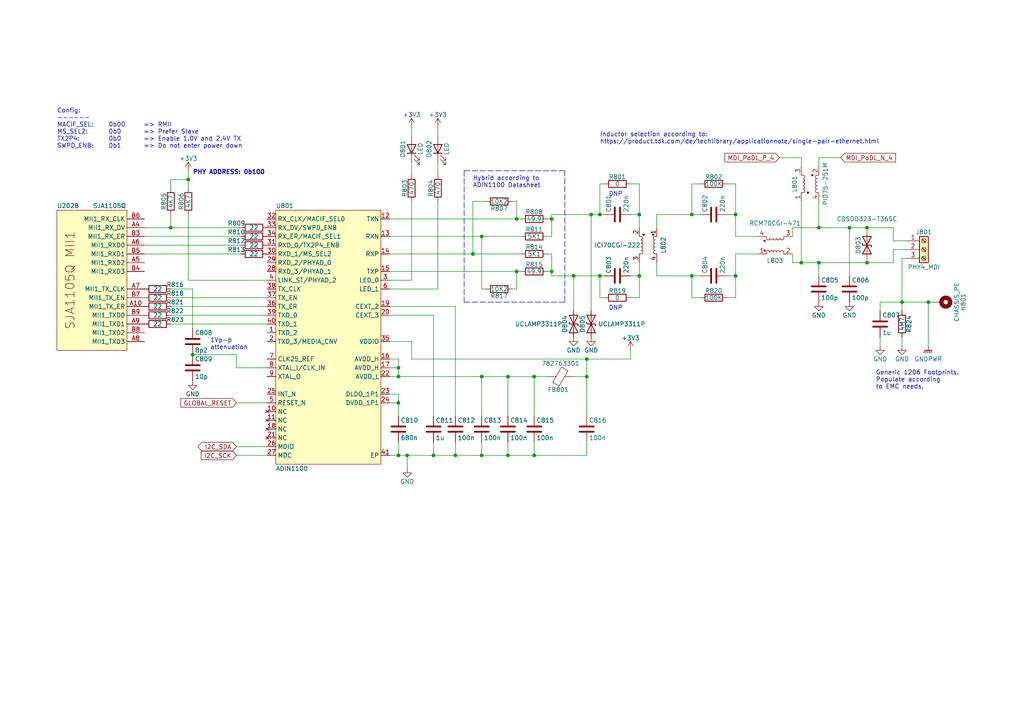
<source format=kicad_sch>
(kicad_sch (version 20211123) (generator eeschema)
  (paper "A4")
  (title_block (title "Open Hardware 10Base-T1L Switch") (date "2023-04-07") (rev "REV A") (company "Peter Heinrich") (comment 1 "Open Hardware License CERN-OHL-P v2") (comment 2 "https://github.com/peterheinrich/Open_10Base-T1L_Switch"))
  (lib_symbols
    (symbol "ADIN1100:ADIN1100"
      (property "Reference" "U" (at 0 1.27 0))
      (property "Value" "ADIN1100" (at 0 -74.93 0))
      (symbol "ADIN1100_1_1"
        (pin input line (at -2.54 -35.56 0) (length 2.54) (name "TXD_2") (number "1"))
        (pin no_connect line (at -2.54 -58.42 0) (length 2.54) (name "NC") (number "10"))
        (pin no_connect line (at -2.54 -60.96 0) (length 2.54) (name "NC") (number "11"))
        (pin bidirectional line (at 33.02 -2.54 180) (length 2.54) (name "TXN") (number "12"))
        (pin bidirectional line (at 33.02 -7.62 180) (length 2.54) (name "RXN") (number "13"))
        (pin bidirectional line (at 33.02 -12.7 180) (length 2.54) (name "RXP") (number "14"))
        (pin bidirectional line (at 33.02 -17.78 180) (length 2.54) (name "TXP") (number "15"))
        (pin power_in line (at 33.02 -43.18 180) (length 2.54) (name "AVDD_H") (number "16"))
        (pin power_in line (at 33.02 -45.72 180) (length 2.54) (name "AVDD_H") (number "17"))
        (pin no_connect line (at -2.54 -63.5 0) (length 2.54) (name "NC") (number "18"))
        (pin input line (at 33.02 -27.94 180) (length 2.54) (name "CEXT_2") (number "19"))
        (pin input line (at -2.54 -38.1 0) (length 2.54) (name "TXD_3/MEDIA_CNV") (number "2"))
        (pin input line (at 33.02 -30.48 180) (length 2.54) (name "CEXT_3") (number "20"))
        (pin no_connect line (at -2.54 -66.04 0) (length 2.54) (name "NC") (number "21"))
        (pin power_in line (at 33.02 -48.26 180) (length 2.54) (name "AVDD_L") (number "22"))
        (pin power_in line (at 33.02 -53.34 180) (length 2.54) (name "DLDO_1P1") (number "23"))
        (pin power_in line (at 33.02 -55.88 180) (length 2.54) (name "DVDD_1P1") (number "24"))
        (pin output line (at -2.54 -53.34 0) (length 2.54) (name "INT_N") (number "25"))
        (pin bidirectional line (at -2.54 -68.58 0) (length 2.54) (name "MDIO") (number "26"))
        (pin input line (at -2.54 -71.12 0) (length 2.54) (name "MDC") (number "27"))
        (pin output line (at -2.54 -17.78 0) (length 2.54) (name "RXD_3/PHYAD_1") (number "28"))
        (pin output line (at -2.54 -15.24 0) (length 2.54) (name "RXD_2/PHYAD_0") (number "29"))
        (pin output line (at 33.02 -20.32 180) (length 2.54) (name "LED_0") (number "3"))
        (pin output line (at -2.54 -12.7 0) (length 2.54) (name "RXD_1/MS_SEL2") (number "30"))
        (pin output line (at -2.54 -10.16 0) (length 2.54) (name "RXD_0/TX2P4_ENB") (number "31"))
        (pin output line (at -2.54 -2.54 0) (length 2.54) (name "RX_CLK/MACIF_SEL0") (number "32"))
        (pin output line (at -2.54 -5.08 0) (length 2.54) (name "RX_DV/SWPD_ENB") (number "33"))
        (pin output line (at -2.54 -7.62 0) (length 2.54) (name "RX_ER/MACIF_SEL1") (number "34"))
        (pin power_in line (at 33.02 -38.1 180) (length 2.54) (name "VDDIO") (number "35"))
        (pin input line (at -2.54 -27.94 0) (length 2.54) (name "TX_ER") (number "36"))
        (pin input line (at -2.54 -25.4 0) (length 2.54) (name "TX_EN") (number "37"))
        (pin output line (at -2.54 -22.86 0) (length 2.54) (name "TX_CLK") (number "38"))
        (pin input line (at -2.54 -30.48 0) (length 2.54) (name "TXD_0") (number "39"))
        (pin output line (at -2.54 -20.32 0) (length 2.54) (name "LINK_ST/PHYAD_2") (number "4"))
        (pin input line (at -2.54 -33.02 0) (length 2.54) (name "TXD_1") (number "40"))
        (pin power_in line (at 33.02 -71.12 180) (length 2.54) (name "EP") (number "41"))
        (pin input line (at -2.54 -55.88 0) (length 2.54) (name "RESET_N") (number "5"))
        (pin output line (at 33.02 -22.86 180) (length 2.54) (name "LED_1") (number "6"))
        (pin output line (at -2.54 -43.18 0) (length 2.54) (name "CLK25_REF") (number "7"))
        (pin input line (at -2.54 -45.72 0) (length 2.54) (name "XTAL_I/CLK_IN") (number "8"))
        (pin output line (at -2.54 -48.26 0) (length 2.54) (name "XTAL_O") (number "9"))
      )
    )
    (symbol "Connector:Screw_Terminal_01x03" (pin_names (offset 1.016) hide)
      (property "Reference" "J" (at 0 5.08 0))
      (property "Value" "Screw_Terminal_01x03" (at 0 -5.08 0))
      (symbol "Screw_Terminal_01x03_1_1"
        (pin passive line (at -5.08 2.54 0) (length 3.81) (name "Pin_1") (number "1"))
        (pin passive line (at -5.08 0 0) (length 3.81) (name "Pin_2") (number "2"))
        (pin passive line (at -5.08 -2.54 0) (length 3.81) (name "Pin_3") (number "3"))
      )
    )
    (symbol "Device:C" (pin_numbers hide) (pin_names (offset 0.254))
      (property "Reference" "C" (at 0.635 2.54 0))
      (property "Value" "C" (at 0.635 -2.54 0))
      (symbol "C_1_1"
        (pin passive line (at 0 3.81 270) (length 2.794) (name "~") (number "1"))
        (pin passive line (at 0 -3.81 90) (length 2.794) (name "~") (number "2"))
      )
    )
    (symbol "Device:D_TVS" (pin_numbers hide) (pin_names (offset 1.016) hide)
      (property "Reference" "D" (at 0 2.54 0))
      (property "Value" "D_TVS" (at 0 -2.54 0))
      (symbol "D_TVS_1_1"
        (pin passive line (at -3.81 0 0) (length 2.54) (name "A1") (number "1"))
        (pin passive line (at 3.81 0 180) (length 2.54) (name "A2") (number "2"))
      )
    )
    (symbol "Device:FerriteBead" (pin_numbers hide) (pin_names (offset 0))
      (property "Reference" "FB" (at -3.81 0.635 90))
      (property "Value" "FerriteBead" (at 3.81 0 90))
      (symbol "FerriteBead_1_1"
        (pin passive line (at 0 3.81 270) (length 2.54) (name "~") (number "1"))
        (pin passive line (at 0 -3.81 90) (length 2.54) (name "~") (number "2"))
      )
    )
    (symbol "Device:LED" (pin_numbers hide) (pin_names (offset 1.016) hide)
      (property "Reference" "D" (at 0 2.54 0))
      (property "Value" "LED" (at 0 -2.54 0))
      (symbol "LED_1_1"
        (pin passive line (at -3.81 0 0) (length 2.54) (name "K") (number "1"))
        (pin passive line (at 3.81 0 180) (length 2.54) (name "A") (number "2"))
      )
    )
    (symbol "Device:L_Coupled_1243" (pin_names (offset 0.254) hide)
      (property "Reference" "L" (at 0 4.445 0))
      (property "Value" "L_Coupled_1243" (at 0 -4.445 0))
      (symbol "L_Coupled_1243_1_1"
        (pin passive line (at -5.08 2.54 0) (length 2.54) (name "1") (number "1"))
        (pin passive line (at 5.08 2.54 180) (length 2.54) (name "2") (number "2"))
        (pin passive line (at 5.08 -2.54 180) (length 2.54) (name "3") (number "3"))
        (pin passive line (at -5.08 -2.54 0) (length 2.54) (name "4") (number "4"))
      )
    )
    (symbol "Device:L_Coupled_1423" (pin_names (offset 0.254) hide)
      (property "Reference" "L" (at 0 4.445 0))
      (property "Value" "L_Coupled_1423" (at 0 -4.445 0))
      (symbol "L_Coupled_1423_1_1"
        (pin passive line (at -5.08 2.54 0) (length 2.54) (name "1") (number "1"))
        (pin passive line (at -5.08 -2.54 0) (length 2.54) (name "2") (number "2"))
        (pin passive line (at 5.08 -2.54 180) (length 2.54) (name "3") (number "3"))
        (pin passive line (at 5.08 2.54 180) (length 2.54) (name "4") (number "4"))
      )
    )
    (symbol "Device:R" (pin_numbers hide) (pin_names (offset 0))
      (property "Reference" "R" (at 2.032 0 90))
      (property "Value" "R" (at 0 0 90))
      (symbol "R_1_1"
        (pin passive line (at 0 3.81 270) (length 1.27) (name "~") (number "1"))
        (pin passive line (at 0 -3.81 90) (length 1.27) (name "~") (number "2"))
      )
    )
    (symbol "L_differential_1324:L_Coupled_1324" (pin_names (offset 0.254) hide)
      (property "Reference" "L?" (at 0 4.445 0))
      (property "Value" "L_Coupled_1324" (at 0 -4.445 0))
      (symbol "L_Coupled_1324_1_1"
        (pin passive line (at -5.08 2.54 0) (length 2.54) (name "1") (number "1"))
        (pin passive line (at 5.08 -2.54 180) (length 2.54) (name "2") (number "2"))
        (pin passive line (at 5.08 2.54 180) (length 2.54) (name "3") (number "3"))
        (pin passive line (at -5.08 -2.54 0) (length 2.54) (name "4") (number "4"))
      )
    )
    (symbol "Mechanical:MountingHole_Pad" (pin_numbers hide) (pin_names (offset 1.016) hide)
      (property "Reference" "H" (at 0 6.35 0))
      (property "Value" "MountingHole_Pad" (at 0 4.445 0))
      (symbol "MountingHole_Pad_1_1"
        (pin input line (at 0 -2.54 90) (length 2.54) (name "1") (number "1"))
      )
    )
    (symbol "SJA1105Q:SJA1105Q"
      (property "Reference" "U" (at 0 1.27 0))
      (property "Value" "SJA1105Q" (at 15.24 1.27 0))
      (symbol "SJA1105Q_1_1"
        (text "SJA1105Q MII0" (at 3.81 -20.32 900) (effects (font (size 2.54 2.54))))
        (pin output line (at 25.4 -30.48 180) (length 5.08) (name "MII0_TXD0") (number "A2"))
        (pin output line (at 25.4 -27.94 180) (length 5.08) (name "MII0_TX_ER") (number "A3"))
        (pin output line (at 25.4 -33.02 180) (length 5.08) (name "MII0_TXD1") (number "B1"))
        (pin output line (at 25.4 -38.1 180) (length 5.08) (name "MII0_TXD3") (number "C1"))
        (pin output line (at 25.4 -35.56 180) (length 5.08) (name "MII0_TXD2") (number "C2"))
        (pin bidirectional line (at 25.4 -22.86 180) (length 5.08) (name "MII0_TX_CLK") (number "D1"))
        (pin output line (at 25.4 -25.4 180) (length 5.08) (name "MII0_TX_EN") (number "D2"))
        (pin input line (at 25.4 -10.16 180) (length 5.08) (name "MII0_RXD0") (number "E1"))
        (pin bidirectional line (at 25.4 -2.54 180) (length 5.08) (name "MII0_RX_CLK") (number "E2"))
        (pin input line (at 25.4 -15.24 180) (length 5.08) (name "MII0_RXD2") (number "F1"))
        (pin input line (at 25.4 -12.7 180) (length 5.08) (name "MII0_RXD1") (number "F2"))
        (pin input line (at 25.4 -5.08 180) (length 5.08) (name "MII0_RX_DV") (number "G1"))
        (pin input line (at 25.4 -17.78 180) (length 5.08) (name "MII0_RXD3") (number "G2"))
        (pin input line (at 25.4 -7.62 180) (length 5.08) (name "MII0_RX_ER") (number "H2"))
      )
      (symbol "SJA1105Q_2_1"
        (text "SJA1105Q MII1" (at 3.81 -20.32 900) (effects (font (size 2.54 2.54))))
        (pin output line (at 25.4 -27.94 180) (length 5.08) (name "MII1_TX_ER") (number "A10"))
        (pin input line (at 25.4 -5.08 180) (length 5.08) (name "MII1_RX_DV") (number "A4"))
        (pin input line (at 25.4 -15.24 180) (length 5.08) (name "MII1_RXD2") (number "A5"))
        (pin input line (at 25.4 -10.16 180) (length 5.08) (name "MII1_RXD0") (number "A6"))
        (pin bidirectional line (at 25.4 -22.86 180) (length 5.08) (name "MII1_TX_CLK") (number "A7"))
        (pin output line (at 25.4 -38.1 180) (length 5.08) (name "MII1_TXD3") (number "A8"))
        (pin output line (at 25.4 -33.02 180) (length 5.08) (name "MII1_TXD1") (number "A9"))
        (pin input line (at 25.4 -7.62 180) (length 5.08) (name "MII1_RX_ER") (number "B3"))
        (pin input line (at 25.4 -17.78 180) (length 5.08) (name "MII1_RXD3") (number "B4"))
        (pin input line (at 25.4 -12.7 180) (length 5.08) (name "MII1_RXD1") (number "B5"))
        (pin bidirectional line (at 25.4 -2.54 180) (length 5.08) (name "MII1_RX_CLK") (number "B6"))
        (pin output line (at 25.4 -25.4 180) (length 5.08) (name "MII1_TX_EN") (number "B7"))
        (pin output line (at 25.4 -35.56 180) (length 5.08) (name "MII1_TXD2") (number "B8"))
        (pin output line (at 25.4 -30.48 180) (length 5.08) (name "MII1_TXD0") (number "B9"))
      )
      (symbol "SJA1105Q_3_1"
        (text "SJA1105Q MII2" (at 3.81 -20.32 900) (effects (font (size 2.54 2.54))))
        (pin input line (at 25.4 -5.08 180) (length 5.08) (name "MII2_RX_DV") (number "A11"))
        (pin input line (at 25.4 -15.24 180) (length 5.08) (name "MII2_RXD2") (number "A12"))
        (pin input line (at 25.4 -10.16 180) (length 5.08) (name "MII2_RXD0") (number "A13"))
        (pin input line (at 25.4 -7.62 180) (length 5.08) (name "MII2_RX_ER") (number "B10"))
        (pin input line (at 25.4 -17.78 180) (length 5.08) (name "MII2_RXD3") (number "B11"))
        (pin input line (at 25.4 -12.7 180) (length 5.08) (name "MII2_RXD1") (number "B12"))
        (pin bidirectional line (at 25.4 -2.54 180) (length 5.08) (name "MII2_RX_CLK") (number "B14"))
        (pin output line (at 25.4 -25.4 180) (length 5.08) (name "MII2_TX_EN") (number "C13"))
        (pin bidirectional line (at 25.4 -22.86 180) (length 5.08) (name "MII2_TX_CLK") (number "C14"))
        (pin output line (at 25.4 -35.56 180) (length 5.08) (name "MII2_TXD2") (number "D13"))
        (pin output line (at 25.4 -38.1 180) (length 5.08) (name "MII2_TXD3") (number "D14"))
        (pin output line (at 25.4 -30.48 180) (length 5.08) (name "MII2_TXD0") (number "E13"))
        (pin output line (at 25.4 -33.02 180) (length 5.08) (name "MII2_TXD1") (number "E14"))
        (pin output line (at 25.4 -27.94 180) (length 5.08) (name "MII2_TX_ER") (number "F14"))
      )
      (symbol "SJA1105Q_4_1"
        (text "SJA1105Q MII3" (at 3.81 -20.32 900) (effects (font (size 2.54 2.54))))
        (pin input line (at 25.4 -7.62 180) (length 5.08) (name "MII3_RX_ER") (number "F13"))
        (pin input line (at 25.4 -17.78 180) (length 5.08) (name "MII3_RXD3") (number "G13"))
        (pin input line (at 25.4 -5.08 180) (length 5.08) (name "MII3_RX_DV") (number "G14"))
        (pin input line (at 25.4 -12.7 180) (length 5.08) (name "MII3_RXD1") (number "H13"))
        (pin input line (at 25.4 -15.24 180) (length 5.08) (name "MII3_RXD2") (number "H14"))
        (pin bidirectional line (at 25.4 -2.54 180) (length 5.08) (name "MII3_RX_CLK") (number "J13"))
        (pin input line (at 25.4 -10.16 180) (length 5.08) (name "MII3_RXD0") (number "J14"))
        (pin output line (at 25.4 -25.4 180) (length 5.08) (name "MII3_TX_EN") (number "K13"))
        (pin bidirectional line (at 25.4 -22.86 180) (length 5.08) (name "MII3_TX_CLK") (number "K14"))
        (pin output line (at 25.4 -35.56 180) (length 5.08) (name "MII3_TXD2") (number "L13"))
        (pin output line (at 25.4 -38.1 180) (length 5.08) (name "MII3_TXD3") (number "L14"))
        (pin output line (at 25.4 -30.48 180) (length 5.08) (name "MII3_TXD0") (number "M13"))
        (pin output line (at 25.4 -33.02 180) (length 5.08) (name "MII3_TXD1") (number "M14"))
        (pin output line (at 25.4 -27.94 180) (length 5.08) (name "MII3_TX_ER") (number "N14"))
      )
      (symbol "SJA1105Q_5_1"
        (text "SJA1105Q MII4" (at 3.81 -20.32 900) (effects (font (size 2.54 2.54))))
        (pin input line (at 25.4 -10.16 180) (length 5.08) (name "MII4_RXD0") (number "N10"))
        (pin input line (at 25.4 -15.24 180) (length 5.08) (name "MII4_RXD2") (number "N11"))
        (pin input line (at 25.4 -5.08 180) (length 5.08) (name "MII4_RX_DV") (number "N12"))
        (pin output line (at 25.4 -33.02 180) (length 5.08) (name "MII4_TXD1") (number "N7"))
        (pin output line (at 25.4 -38.1 180) (length 5.08) (name "MII4_TXD3") (number "N8"))
        (pin bidirectional line (at 25.4 -22.86 180) (length 5.08) (name "MII4_TX_CLK") (number "N9"))
        (pin bidirectional line (at 25.4 -2.54 180) (length 5.08) (name "MII4_RX_CLK") (number "P10"))
        (pin input line (at 25.4 -12.7 180) (length 5.08) (name "MII4_RXD1") (number "P11"))
        (pin input line (at 25.4 -17.78 180) (length 5.08) (name "MII4_RXD3") (number "P12"))
        (pin input line (at 25.4 -7.62 180) (length 5.08) (name "MII4_RX_ER") (number "P13"))
        (pin output line (at 25.4 -27.94 180) (length 5.08) (name "MII4_TX_ER") (number "P6"))
        (pin output line (at 25.4 -30.48 180) (length 5.08) (name "MII4_TXD0") (number "P7"))
        (pin output line (at 25.4 -35.56 180) (length 5.08) (name "MII4_TXD2") (number "P8"))
        (pin output line (at 25.4 -25.4 180) (length 5.08) (name "MII4_TX_EN") (number "P9"))
      )
      (symbol "SJA1105Q_6_1"
        (text "SJA1105Q CLK" (at 15.24 -17.78 900) (effects (font (size 2.54 2.54))))
        (pin output line (at -5.08 -2.54 0) (length 5.08) (name "CLK_OUT") (number "H1"))
        (pin input line (at -5.08 -20.32 0) (length 5.08) (name "OSC_IN") (number "K2"))
        (pin output line (at -5.08 -7.62 0) (length 5.08) (name "OSC_OUT") (number "L1"))
        (pin power_in line (at 33.02 -17.78 180) (length 5.08) (name "i.c.") (number "L4"))
        (pin input line (at 33.02 -2.54 180) (length 5.08) (name "TRST_N") (number "M1"))
        (pin input line (at 33.02 -10.16 180) (length 5.08) (name "TDI") (number "M2"))
        (pin input line (at 33.02 -12.7 180) (length 5.08) (name "TCK") (number "N1"))
        (pin output line (at 33.02 -7.62 180) (length 5.08) (name "TDO") (number "N3"))
        (pin bidirectional line (at -5.08 -33.02 0) (length 5.08) (name "PTP_CLK") (number "N4"))
        (pin input line (at 33.02 -25.4 180) (length 5.08) (name "SDI") (number "N5"))
        (pin input line (at 33.02 -30.48 180) (length 5.08) (name "SS_N") (number "N6"))
        (pin input line (at 33.02 -5.08 180) (length 5.08) (name "TMS") (number "P2"))
        (pin input line (at 33.02 -33.02 180) (length 5.08) (name "RST_N") (number "P3"))
        (pin output line (at 33.02 -27.94 180) (length 5.08) (name "SDO") (number "P4"))
        (pin input line (at 33.02 -22.86 180) (length 5.08) (name "SCK") (number "P5"))
      )
      (symbol "SJA1105Q_7_1"
        (text "SJA1105Q Power" (at 12.7 -48.26 900) (effects (font (size 2.54 2.54))))
        (pin power_in line (at -5.08 -2.54 0) (length 5.08) (name "VSS") (number "A1"))
        (pin power_in line (at 33.02 -88.9 180) (length 5.08) (name "VSS") (number "A14"))
        (pin power_in line (at 33.02 -83.82 180) (length 5.08) (name "VSS") (number "B13"))
        (pin power_in line (at 33.02 -48.26 180) (length 5.08) (name "VDDIO_MII2") (number "D10"))
        (pin power_in line (at 33.02 -50.8 180) (length 5.08) (name "VDDIO_MII2") (number "D11"))
        (pin power_in line (at 33.02 -33.02 180) (length 5.08) (name "VDDIO_MII0") (number "D4"))
        (pin power_in line (at 33.02 -40.64 180) (length 5.08) (name "VDDIO_MII1") (number "D5"))
        (pin power_in line (at 33.02 -7.62 180) (length 5.08) (name "VDD_CORE") (number "D6"))
        (pin power_in line (at 33.02 -43.18 180) (length 5.08) (name "VDDIO_MII1") (number "D7"))
        (pin power_in line (at 33.02 -45.72 180) (length 5.08) (name "VDDIO_MII1") (number "D8"))
        (pin power_in line (at 33.02 -12.7 180) (length 5.08) (name "VDD_CORE") (number "D9"))
        (pin power_in line (at -5.08 -91.44 0) (length 5.08) (name "VSS") (number "E10"))
        (pin power_in line (at 33.02 -53.34 180) (length 5.08) (name "VDDIO_MII2") (number "E11"))
        (pin power_in line (at 33.02 -35.56 180) (length 5.08) (name "VDDIO_MII0") (number "E4"))
        (pin power_in line (at -5.08 -12.7 0) (length 5.08) (name "VSS") (number "E5"))
        (pin power_in line (at -5.08 -27.94 0) (length 5.08) (name "VSS") (number "E6"))
        (pin power_in line (at -5.08 -43.18 0) (length 5.08) (name "VSS") (number "E7"))
        (pin power_in line (at -5.08 -60.96 0) (length 5.08) (name "VSS") (number "E8"))
        (pin power_in line (at -5.08 -76.2 0) (length 5.08) (name "VSS") (number "E9"))
        (pin power_in line (at -5.08 -93.98 0) (length 5.08) (name "VSS") (number "F10"))
        (pin power_in line (at 33.02 -17.78 180) (length 5.08) (name "VDD_CORE") (number "F11"))
        (pin power_in line (at 33.02 -2.54 180) (length 5.08) (name "VDD_CORE") (number "F4"))
        (pin power_in line (at -5.08 -15.24 0) (length 5.08) (name "VSS") (number "F5"))
        (pin power_in line (at -5.08 -30.48 0) (length 5.08) (name "VSS") (number "F6"))
        (pin power_in line (at -5.08 -45.72 0) (length 5.08) (name "VSS") (number "F7"))
        (pin power_in line (at -5.08 -63.5 0) (length 5.08) (name "VSS") (number "F8"))
        (pin power_in line (at -5.08 -78.74 0) (length 5.08) (name "VSS") (number "F9"))
        (pin power_in line (at -5.08 -96.52 0) (length 5.08) (name "VSS") (number "G10"))
        (pin power_in line (at 33.02 -55.88 180) (length 5.08) (name "VDDIO_MII3") (number "G11"))
        (pin power_in line (at 33.02 -38.1 180) (length 5.08) (name "VDDIO_MII0") (number "G4"))
        (pin power_in line (at -5.08 -17.78 0) (length 5.08) (name "VSS") (number "G5"))
        (pin power_in line (at -5.08 -33.02 0) (length 5.08) (name "VSS") (number "G6"))
        (pin power_in line (at -5.08 -48.26 0) (length 5.08) (name "VSS") (number "G7"))
        (pin power_in line (at -5.08 -66.04 0) (length 5.08) (name "VSS") (number "G8"))
        (pin power_in line (at -5.08 -81.28 0) (length 5.08) (name "VSS") (number "G9"))
        (pin power_in line (at 33.02 -76.2 180) (length 5.08) (name "VSS") (number "H10"))
        (pin power_in line (at 33.02 -58.42 180) (length 5.08) (name "VDDIO_MII3") (number "H11"))
        (pin power_in line (at 33.02 -27.94 180) (length 5.08) (name "VDDIO_CLO") (number "H4"))
        (pin power_in line (at -5.08 -20.32 0) (length 5.08) (name "VSS") (number "H5"))
        (pin power_in line (at -5.08 -35.56 0) (length 5.08) (name "VSS") (number "H6"))
        (pin power_in line (at -5.08 -50.8 0) (length 5.08) (name "VSS") (number "H7"))
        (pin power_in line (at -5.08 -68.58 0) (length 5.08) (name "VSS") (number "H8"))
        (pin power_in line (at -5.08 -83.82 0) (length 5.08) (name "VSS") (number "H9"))
        (pin power_in line (at 33.02 -25.4 180) (length 5.08) (name "VDDA_PLL") (number "J1"))
        (pin power_in line (at 33.02 -78.74 180) (length 5.08) (name "VSS") (number "J10"))
        (pin power_in line (at 33.02 -20.32 180) (length 5.08) (name "VDD_CORE") (number "J11"))
        (pin power_in line (at 33.02 -96.52 180) (length 5.08) (name "VSSA_PLL") (number "J2"))
        (pin power_in line (at 33.02 -5.08 180) (length 5.08) (name "VDD_CORE") (number "J4"))
        (pin power_in line (at -5.08 -22.86 0) (length 5.08) (name "VSS") (number "J5"))
        (pin power_in line (at -5.08 -38.1 0) (length 5.08) (name "VSS") (number "J6"))
        (pin power_in line (at -5.08 -53.34 0) (length 5.08) (name "VSS") (number "J7"))
        (pin power_in line (at -5.08 -71.12 0) (length 5.08) (name "VSS") (number "J8"))
        (pin power_in line (at -5.08 -86.36 0) (length 5.08) (name "VSS") (number "J9"))
        (pin power_in line (at 33.02 -22.86 180) (length 5.08) (name "VDDA_OSC") (number "K1"))
        (pin power_in line (at 33.02 -81.28 180) (length 5.08) (name "VSS") (number "K10"))
        (pin power_in line (at 33.02 -60.96 180) (length 5.08) (name "VDDIO_MII3") (number "K11"))
        (pin power_in line (at -5.08 -10.16 0) (length 5.08) (name "VSS") (number "K4"))
        (pin power_in line (at -5.08 -25.4 0) (length 5.08) (name "VSS") (number "K5"))
        (pin power_in line (at -5.08 -40.64 0) (length 5.08) (name "VSS") (number "K6"))
        (pin power_in line (at -5.08 -55.88 0) (length 5.08) (name "VSS") (number "K7"))
        (pin power_in line (at -5.08 -73.66 0) (length 5.08) (name "VSS") (number "K8"))
        (pin power_in line (at -5.08 -88.9 0) (length 5.08) (name "VSS") (number "K9"))
        (pin power_in line (at 33.02 -66.04 180) (length 5.08) (name "VDDIO_MII4") (number "L10"))
        (pin power_in line (at 33.02 -68.58 180) (length 5.08) (name "VDDIO_MII4") (number "L11"))
        (pin power_in line (at 33.02 -93.98 180) (length 5.08) (name "VSSA_OSC") (number "L2"))
        (pin power_in line (at 33.02 -30.48 180) (length 5.08) (name "VDDIO_HOST") (number "L5"))
        (pin power_in line (at 33.02 -10.16 180) (length 5.08) (name "VDD_CORE") (number "L6"))
        (pin power_in line (at -5.08 -58.42 0) (length 5.08) (name "VSS") (number "L7"))
        (pin power_in line (at 33.02 -63.5 180) (length 5.08) (name "VDDIO_MII4") (number "L8"))
        (pin power_in line (at 33.02 -15.24 180) (length 5.08) (name "VDD_CORE") (number "L9"))
        (pin power_in line (at 33.02 -86.36 180) (length 5.08) (name "VSS") (number "N13"))
        (pin power_in line (at -5.08 -7.62 0) (length 5.08) (name "VSS") (number "N2"))
        (pin power_in line (at -5.08 -5.08 0) (length 5.08) (name "VSS") (number "P1"))
        (pin power_in line (at 33.02 -91.44 180) (length 5.08) (name "VSS") (number "P14"))
      )
    )
    (symbol "power:+3V3" (power) (pin_names (offset 0))
      (property "Value" "+3V3" (at 0 3.556 0))
      (symbol "+3V3_1_1"
        (pin power_in line (at 0 0 90) (length 0) hide (name "+3V3") (number "1"))
      )
    )
    (symbol "power:GND" (power) (pin_names (offset 0))
      (property "Value" "GND" (at 0 -3.81 0))
      (symbol "GND_1_1"
        (pin power_in line (at 0 0 270) (length 0) hide (name "GND") (number "1"))
      )
    )
    (symbol "power:GNDPWR" (power) (pin_names (offset 0))
      (property "Value" "GNDPWR" (at 0 -3.302 0))
      (symbol "GNDPWR_1_1"
        (pin power_in line (at 0 0 270) (length 0) hide (name "GNDPWR") (number "1"))
      )
    )
  )
  (junction (at 139.7 68.58))
  (junction (at 251.46 76.2))
  (junction (at 139.7 132.08))
  (junction (at 154.94 132.08))
  (junction (at 137.16 73.66))
  (junction (at 115.57 106.68))
  (junction (at 246.38 66.04))
  (junction (at 115.57 109.22))
  (junction (at 213.36 62.23))
  (junction (at 147.32 132.08))
  (junction (at 170.18 104.14))
  (junction (at 166.37 80.01))
  (junction (at 139.7 109.22))
  (junction (at 118.11 132.08))
  (junction (at 171.45 62.23))
  (junction (at 125.73 132.08))
  (junction (at 200.66 62.23))
  (junction (at 149.86 78.74))
  (junction (at 154.94 109.22))
  (junction (at 237.49 76.2))
  (junction (at 49.53 66.04))
  (junction (at 261.62 87.63))
  (junction (at 185.42 62.23))
  (junction (at 149.86 63.5))
  (junction (at 54.61 52.07))
  (junction (at 160.02 78.74))
  (junction (at 160.02 63.5))
  (junction (at 200.66 80.01))
  (junction (at 237.49 66.04))
  (junction (at 232.41 76.2))
  (junction (at 55.88 102.87))
  (junction (at 147.32 109.22))
  (junction (at 251.46 66.04))
  (junction (at 269.24 87.63))
  (junction (at 185.42 80.01))
  (junction (at 173.99 62.23))
  (junction (at 213.36 80.01))
  (junction (at 173.99 80.01))
  (junction (at 115.57 116.84))
  (junction (at 115.57 132.08))
  (junction (at 170.18 109.22))
  (junction (at 132.08 132.08))
  (wire (pts (xy 137.16 58.42) (xy 137.16 73.66)))
  (wire (pts (xy 154.94 120.65) (xy 154.94 109.22)))
  (wire (pts (xy 171.45 62.23) (xy 171.45 90.17)))
  (wire (pts (xy 147.32 109.22) (xy 139.7 109.22)))
  (wire (pts (xy 125.73 120.65) (xy 125.73 91.44)))
  (wire (pts (xy 113.03 99.06) (xy 119.38 99.06)))
  (wire (pts (xy 232.41 76.2) (xy 237.49 76.2)))
  (wire (pts (xy 246.38 66.04) (xy 251.46 66.04)))
  (wire (pts (xy 149.86 78.74) (xy 151.13 78.74)))
  (wire (pts (xy 140.97 83.82) (xy 139.7 83.82)))
  (wire (pts (xy 139.7 120.65) (xy 139.7 109.22)))
  (wire (pts (xy 54.61 49.53) (xy 54.61 52.07)))
  (wire (pts (xy 49.53 66.04) (xy 69.85 66.04)))
  (wire (pts (xy 185.42 62.23) (xy 185.42 66.04)))
  (wire (pts (xy 113.03 78.74) (xy 149.86 78.74)))
  (wire (pts (xy 115.57 114.3) (xy 115.57 116.84)))
  (wire (pts (xy 170.18 109.22) (xy 166.37 109.22)))
  (wire (pts (xy 115.57 104.14) (xy 115.57 106.68)))
  (wire (pts (xy 200.66 53.34) (xy 200.66 62.23)))
  (wire (pts (xy 171.45 62.23) (xy 173.99 62.23)))
  (polyline (pts (xy 134.62 87.63) (xy 163.83 87.63)))
  (wire (pts (xy 113.03 83.82) (xy 127 83.82)))
  (wire (pts (xy 226.06 45.72) (xy 232.41 45.72)))
  (wire (pts (xy 213.36 73.66) (xy 213.36 80.01)))
  (wire (pts (xy 54.61 52.07) (xy 54.61 54.61)))
  (wire (pts (xy 170.18 132.08) (xy 170.18 128.27)))
  (wire (pts (xy 166.37 80.01) (xy 166.37 90.17)))
  (wire (pts (xy 203.2 53.34) (xy 200.66 53.34)))
  (wire (pts (xy 175.26 80.01) (xy 173.99 80.01)))
  (wire (pts (xy 237.49 58.42) (xy 237.49 66.04)))
  (wire (pts (xy 237.49 76.2) (xy 251.46 76.2)))
  (wire (pts (xy 119.38 99.06) (xy 119.38 104.14)))
  (wire (pts (xy 139.7 68.58) (xy 151.13 68.58)))
  (wire (pts (xy 185.42 80.01) (xy 185.42 76.2)))
  (wire (pts (xy 255.27 97.79) (xy 255.27 100.33)))
  (wire (pts (xy 237.49 66.04) (xy 246.38 66.04)))
  (wire (pts (xy 49.53 52.07) (xy 54.61 52.07)))
  (wire (pts (xy 55.88 83.82) (xy 55.88 95.25)))
  (wire (pts (xy 262.89 72.39) (xy 259.08 72.39)))
  (wire (pts (xy 140.97 58.42) (xy 137.16 58.42)))
  (wire (pts (xy 251.46 74.93) (xy 251.46 76.2)))
  (wire (pts (xy 127 83.82) (xy 127 58.42)))
  (wire (pts (xy 160.02 63.5) (xy 160.02 68.58)))
  (wire (pts (xy 259.08 72.39) (xy 259.08 76.2)))
  (wire (pts (xy 49.53 62.23) (xy 49.53 66.04)))
  (wire (pts (xy 115.57 128.27) (xy 115.57 132.08)))
  (wire (pts (xy 160.02 62.23) (xy 171.45 62.23)))
  (polyline (pts (xy 134.62 49.53) (xy 163.83 49.53)))
  (wire (pts (xy 154.94 132.08) (xy 170.18 132.08)))
  (wire (pts (xy 160.02 80.01) (xy 160.02 78.74)))
  (wire (pts (xy 160.02 80.01) (xy 166.37 80.01)))
  (wire (pts (xy 147.32 120.65) (xy 147.32 109.22)))
  (wire (pts (xy 237.49 76.2) (xy 237.49 80.01)))
  (wire (pts (xy 213.36 86.36) (xy 213.36 80.01)))
  (wire (pts (xy 219.71 73.66) (xy 213.36 73.66)))
  (wire (pts (xy 113.03 73.66) (xy 137.16 73.66)))
  (wire (pts (xy 170.18 109.22) (xy 170.18 120.65)))
  (wire (pts (xy 200.66 80.01) (xy 203.2 80.01)))
  (wire (pts (xy 149.86 78.74) (xy 149.86 83.82)))
  (wire (pts (xy 173.99 53.34) (xy 173.99 62.23)))
  (wire (pts (xy 251.46 66.04) (xy 251.46 67.31)))
  (wire (pts (xy 261.62 74.93) (xy 262.89 74.93)))
  (wire (pts (xy 251.46 76.2) (xy 259.08 76.2)))
  (wire (pts (xy 229.87 76.2) (xy 232.41 76.2)))
  (wire (pts (xy 170.18 104.14) (xy 170.18 109.22)))
  (wire (pts (xy 190.5 62.23) (xy 190.5 66.04)))
  (wire (pts (xy 49.53 54.61) (xy 49.53 52.07)))
  (wire (pts (xy 115.57 106.68) (xy 115.57 109.22)))
  (wire (pts (xy 115.57 116.84) (xy 115.57 120.65)))
  (wire (pts (xy 251.46 66.04) (xy 259.08 66.04)))
  (wire (pts (xy 41.91 66.04) (xy 49.53 66.04)))
  (polyline (pts (xy 134.62 49.53) (xy 134.62 87.63)))
  (wire (pts (xy 190.5 62.23) (xy 200.66 62.23)))
  (wire (pts (xy 190.5 80.01) (xy 200.66 80.01)))
  (wire (pts (xy 55.88 102.87) (xy 68.58 102.87)))
  (wire (pts (xy 68.58 132.08) (xy 77.47 132.08)))
  (wire (pts (xy 229.87 66.04) (xy 237.49 66.04)))
  (wire (pts (xy 246.38 66.04) (xy 246.38 80.01)))
  (wire (pts (xy 200.66 86.36) (xy 200.66 80.01)))
  (wire (pts (xy 154.94 132.08) (xy 154.94 128.27)))
  (wire (pts (xy 132.08 88.9) (xy 132.08 120.65)))
  (wire (pts (xy 160.02 62.23) (xy 160.02 63.5)))
  (wire (pts (xy 158.75 78.74) (xy 160.02 78.74)))
  (wire (pts (xy 68.58 102.87) (xy 68.58 106.68)))
  (wire (pts (xy 154.94 109.22) (xy 147.32 109.22)))
  (wire (pts (xy 182.88 86.36) (xy 185.42 86.36)))
  (wire (pts (xy 49.53 93.98) (xy 77.47 93.98)))
  (wire (pts (xy 229.87 66.04) (xy 229.87 68.58)))
  (wire (pts (xy 219.71 68.58) (xy 213.36 68.58)))
  (wire (pts (xy 154.94 109.22) (xy 158.75 109.22)))
  (wire (pts (xy 213.36 80.01) (xy 210.82 80.01)))
  (wire (pts (xy 119.38 81.28) (xy 113.03 81.28)))
  (wire (pts (xy 261.62 87.63) (xy 255.27 87.63)))
  (wire (pts (xy 261.62 97.79) (xy 261.62 100.33)))
  (wire (pts (xy 113.03 104.14) (xy 115.57 104.14)))
  (wire (pts (xy 68.58 116.84) (xy 77.47 116.84)))
  (wire (pts (xy 49.53 88.9) (xy 77.47 88.9)))
  (wire (pts (xy 175.26 86.36) (xy 173.99 86.36)))
  (wire (pts (xy 125.73 91.44) (xy 113.03 91.44)))
  (wire (pts (xy 175.26 53.34) (xy 173.99 53.34)))
  (wire (pts (xy 149.86 58.42) (xy 149.86 63.5)))
  (wire (pts (xy 49.53 83.82) (xy 55.88 83.82)))
  (wire (pts (xy 182.88 62.23) (xy 185.42 62.23)))
  (wire (pts (xy 270.51 87.63) (xy 269.24 87.63)))
  (wire (pts (xy 259.08 69.85) (xy 259.08 66.04)))
  (wire (pts (xy 200.66 62.23) (xy 203.2 62.23)))
  (wire (pts (xy 255.27 87.63) (xy 255.27 90.17)))
  (wire (pts (xy 173.99 80.01) (xy 166.37 80.01)))
  (wire (pts (xy 139.7 68.58) (xy 139.7 83.82)))
  (wire (pts (xy 147.32 132.08) (xy 147.32 128.27)))
  (wire (pts (xy 118.11 132.08) (xy 118.11 135.89)))
  (wire (pts (xy 182.88 53.34) (xy 185.42 53.34)))
  (wire (pts (xy 185.42 53.34) (xy 185.42 62.23)))
  (wire (pts (xy 113.03 106.68) (xy 115.57 106.68)))
  (wire (pts (xy 160.02 78.74) (xy 160.02 73.66)))
  (wire (pts (xy 262.89 69.85) (xy 259.08 69.85)))
  (wire (pts (xy 118.11 132.08) (xy 125.73 132.08)))
  (wire (pts (xy 232.41 45.72) (xy 232.41 48.26)))
  (wire (pts (xy 237.49 45.72) (xy 243.84 45.72)))
  (wire (pts (xy 173.99 86.36) (xy 173.99 80.01)))
  (wire (pts (xy 132.08 132.08) (xy 125.73 132.08)))
  (wire (pts (xy 261.62 87.63) (xy 261.62 74.93)))
  (wire (pts (xy 158.75 68.58) (xy 160.02 68.58)))
  (wire (pts (xy 113.03 88.9) (xy 132.08 88.9)))
  (wire (pts (xy 269.24 87.63) (xy 269.24 100.33)))
  (wire (pts (xy 213.36 62.23) (xy 213.36 68.58)))
  (wire (pts (xy 41.91 68.58) (xy 69.85 68.58)))
  (wire (pts (xy 148.59 83.82) (xy 149.86 83.82)))
  (wire (pts (xy 119.38 104.14) (xy 170.18 104.14)))
  (wire (pts (xy 229.87 76.2) (xy 229.87 73.66)))
  (wire (pts (xy 68.58 129.54) (xy 77.47 129.54)))
  (wire (pts (xy 232.41 58.42) (xy 232.41 76.2)))
  (wire (pts (xy 139.7 132.08) (xy 147.32 132.08)))
  (wire (pts (xy 190.5 80.01) (xy 190.5 76.2)))
  (wire (pts (xy 115.57 132.08) (xy 118.11 132.08)))
  (wire (pts (xy 113.03 63.5) (xy 149.86 63.5)))
  (wire (pts (xy 148.59 58.42) (xy 149.86 58.42)))
  (wire (pts (xy 115.57 109.22) (xy 113.03 109.22)))
  (wire (pts (xy 125.73 132.08) (xy 125.73 128.27)))
  (wire (pts (xy 170.18 104.14) (xy 182.88 104.14)))
  (wire (pts (xy 137.16 73.66) (xy 151.13 73.66)))
  (wire (pts (xy 173.99 62.23) (xy 175.26 62.23)))
  (wire (pts (xy 132.08 128.27) (xy 132.08 132.08)))
  (wire (pts (xy 115.57 116.84) (xy 113.03 116.84)))
  (wire (pts (xy 237.49 48.26) (xy 237.49 45.72)))
  (wire (pts (xy 185.42 86.36) (xy 185.42 80.01)))
  (wire (pts (xy 127 36.83) (xy 127 39.37)))
  (wire (pts (xy 68.58 106.68) (xy 77.47 106.68)))
  (wire (pts (xy 119.38 36.83) (xy 119.38 39.37)))
  (wire (pts (xy 158.75 63.5) (xy 160.02 63.5)))
  (wire (pts (xy 113.03 114.3) (xy 115.57 114.3)))
  (wire (pts (xy 139.7 109.22) (xy 115.57 109.22)))
  (wire (pts (xy 210.82 86.36) (xy 213.36 86.36)))
  (wire (pts (xy 41.91 73.66) (xy 69.85 73.66)))
  (polyline (pts (xy 163.83 87.63) (xy 163.83 49.53)))
  (wire (pts (xy 139.7 132.08) (xy 139.7 128.27)))
  (wire (pts (xy 127 46.99) (xy 127 50.8)))
  (wire (pts (xy 54.61 81.28) (xy 54.61 62.23)))
  (wire (pts (xy 182.88 80.01) (xy 185.42 80.01)))
  (wire (pts (xy 77.47 81.28) (xy 54.61 81.28)))
  (wire (pts (xy 119.38 58.42) (xy 119.38 81.28)))
  (wire (pts (xy 261.62 87.63) (xy 261.62 90.17)))
  (wire (pts (xy 203.2 86.36) (xy 200.66 86.36)))
  (wire (pts (xy 210.82 53.34) (xy 213.36 53.34)))
  (wire (pts (xy 113.03 68.58) (xy 139.7 68.58)))
  (wire (pts (xy 147.32 132.08) (xy 154.94 132.08)))
  (wire (pts (xy 49.53 86.36) (xy 77.47 86.36)))
  (wire (pts (xy 49.53 91.44) (xy 77.47 91.44)))
  (wire (pts (xy 132.08 132.08) (xy 139.7 132.08)))
  (wire (pts (xy 119.38 46.99) (xy 119.38 50.8)))
  (wire (pts (xy 149.86 63.5) (xy 151.13 63.5)))
  (wire (pts (xy 41.91 71.12) (xy 69.85 71.12)))
  (wire (pts (xy 182.88 104.14) (xy 182.88 101.6)))
  (wire (pts (xy 269.24 87.63) (xy 261.62 87.63)))
  (wire (pts (xy 210.82 62.23) (xy 213.36 62.23)))
  (wire (pts (xy 158.75 73.66) (xy 160.02 73.66)))
  (wire (pts (xy 113.03 132.08) (xy 115.57 132.08)))
  (wire (pts (xy 213.36 53.34) (xy 213.36 62.23)))
  (text "Config:\n------\nMACIF_SEL: 	0b00 	=> RMII\nMS_SEL2: 	0b0 	=> Prefer Slave\nTX2P4: 		0b0 	=> Enable 1.0V and 2.4V TX\nSWPD_ENB: 	0b1 	=> Do not enter power down" (at 16.51 43.18 0) (effects (font (size 1.27 1.27)) (justify left bottom)))
  (text "Generic 1206 Footprints.\nPopulate according \nto EMC needs." (at 254 113.03 0) (effects (font (size 1.27 1.27)) (justify left bottom)))
  (text "DNP" (at 176.53 90.17 0) (effects (font (size 1.27 1.27)) (justify left bottom)))
  (text "Inductor selection according to:\nhttps://product.tdk.com/de/techlibrary/applicationnote/single-pair-ethernet.html" (at 173.99 41.91 0) (effects (font (size 1.27 1.27)) (justify left bottom)))
  (text "PHY ADDRESS: 0b100" (at 55.88 50.8 0) (effects (font (size 1.27 1.27) bold) (justify left bottom)))
  (text "DNP" (at 176.53 57.15 0) (effects (font (size 1.27 1.27)) (justify left bottom)))
  (text "1Vp-p\nattenuation" (at 60.96 101.6 0) (effects (font (size 1.27 1.27)) (justify left bottom)))
  (text "Hybrid according to\nADIN1100 Datasheet" (at 137.16 54.61 0) (effects (font (size 1.27 1.27)) (justify left bottom)))
  (global_label "MDI_PoDL_N_4" (shape input) (at 243.84 45.72 0) (property "Intersheet References" "${INTERSHEET_REFS}" (effects hide)))
  (global_label "GLOBAL_RESET" (shape input) (at 68.58 116.84 180) (property "Intersheet References" "${INTERSHEET_REFS}" (effects hide)))
  (global_label "I2C_SDA" (shape bidirectional) (at 68.58 129.54 180) (property "Intersheet References" "${INTERSHEET_REFS}" (effects hide)))
  (global_label "MDI_PoDL_P_4" (shape input) (at 226.06 45.72 180) (property "Intersheet References" "${INTERSHEET_REFS}" (effects hide)))
  (global_label "I2C_SCK" (shape input) (at 68.58 132.08 180) (property "Intersheet References" "${INTERSHEET_REFS}" (effects hide)))
  (symbol (lib_id "Device:R") (at 119.38 54.61 180) (unit 1)
    (property "Reference" "R803" (at 117.348 54.61 90))
    (property "Value" "470" (at 119.38 54.61 90))
    (property "Footprint" "Resistor_SMD:R_0603_1608Metric" (effects hide))
  )
  (symbol (lib_id "Device:C") (at 179.07 62.23 90) (unit 1)
    (property "Reference" "C801" (at 176.53 61.595 0) (effects (justify left)))
    (property "Value" "220n" (at 181.61 61.595 0) (effects (justify left)))
    (property "Footprint" "Capacitor_SMD:C_0805_2012Metric" (effects hide))
  )
  (symbol (lib_id "Device:L_Coupled_1243") (at 224.79 71.12 0) (mirror x) (unit 1)
    (property "Reference" "L803" (at 224.79 75.565 0))
    (property "Value" "RCM70CGI-471" (at 224.79 64.77 0))
    (property "Footprint" "ICI70CGI:ICI70CGI" (effects hide))
  )
  (symbol (lib_id "power:GND") (at 166.37 97.79 0) (unit 1)
    (property "Reference" "#PWR0806" (effects hide))
    (property "Value" "GND" (at 166.37 101.6 0))
  )
  (symbol (lib_id "Device:LED") (at 127 43.18 90) (unit 1)
    (property "Reference" "D802" (at 124.46 43.18 0))
    (property "Value" "LED" (at 129.54 43.18 0))
    (property "Footprint" "LED_SMD:LED_0603_1608Metric" (effects hide))
  )
  (symbol (lib_id "Device:R") (at 144.78 58.42 270) (unit 1)
    (property "Reference" "R807" (at 144.78 60.452 90))
    (property "Value" "10K2" (at 144.78 58.42 90))
    (property "Footprint" "Resistor_SMD:R_0603_1608Metric" (effects hide))
  )
  (symbol (lib_id "Device:R") (at 154.94 68.58 90) (unit 1)
    (property "Reference" "R811" (at 154.94 66.548 90))
    (property "Value" "5K1" (at 154.94 68.58 90))
    (property "Footprint" "Resistor_SMD:R_0603_1608Metric" (effects hide))
  )
  (symbol (lib_id "Device:R") (at 207.01 86.36 90) (unit 1)
    (property "Reference" "R820" (at 207.01 84.328 90))
    (property "Value" "100K" (at 207.01 86.36 90))
    (property "Footprint" "Resistor_SMD:R_0805_2012Metric" (effects hide))
  )
  (symbol (lib_id "Device:D_TVS") (at 171.45 93.98 90) (unit 1)
    (property "Reference" "D805" (at 168.91 93.98 0))
    (property "Value" "UCLAMP3311P" (at 180.34 93.98 90))
    (property "Footprint" "UCLAMP3311P:SLP1006P2" (effects hide))
  )
  (symbol (lib_id "Device:R") (at 54.61 58.42 180) (unit 1)
    (property "Reference" "R806" (at 52.578 58.42 90))
    (property "Value" "4K7" (at 54.61 58.42 90))
    (property "Footprint" "Resistor_SMD:R_0603_1608Metric" (effects hide))
  )
  (symbol (lib_id "L_differential_1324:L_Coupled_1324") (at 234.95 53.34 90) (unit 1)
    (property "Reference" "L801" (at 230.505 53.34 0))
    (property "Value" "PID75-251M" (at 239.395 53.34 0))
    (property "Footprint" "PID75:PID75-251M" (effects hide))
    (property "Datasheet" "https://product.tdk.com/system/files/dam/doc/product/inductor/inductor/smd/data_sheet/30/db/ind_2008/pidx251m.pdf" (effects hide))
  )
  (symbol (lib_id "Device:R") (at 45.72 93.98 90) (unit 1)
    (property "Reference" "R823" (at 50.8 92.71 90))
    (property "Value" "22" (at 45.72 93.98 90))
    (property "Footprint" "Resistor_SMD:R_0603_1608Metric" (effects hide))
  )
  (symbol (lib_id "Device:C") (at 55.88 99.06 0) (unit 1)
    (property "Reference" "C808" (at 56.515 96.52 0) (effects (justify left)))
    (property "Value" "8p2" (at 56.515 101.6 0) (effects (justify left)))
    (property "Footprint" "Capacitor_SMD:C_0603_1608Metric" (effects hide))
  )
  (symbol (lib_id "Device:R") (at 73.66 68.58 90) (unit 1)
    (property "Reference" "R810" (at 68.58 67.31 90))
    (property "Value" "22" (at 73.66 68.58 90))
    (property "Footprint" "Resistor_SMD:R_0603_1608Metric" (effects hide))
  )
  (symbol (lib_id "Device:C") (at 132.08 124.46 0) (unit 1)
    (property "Reference" "C812" (at 132.715 121.92 0) (effects (justify left)))
    (property "Value" "100n" (at 132.715 127 0) (effects (justify left)))
    (property "Footprint" "Capacitor_SMD:C_0603_1608Metric" (effects hide))
  )
  (symbol (lib_id "power:GND") (at 118.11 135.89 0) (unit 1)
    (property "Reference" "#PWR0813" (effects hide))
    (property "Value" "GND" (at 118.11 139.7 0))
  )
  (symbol (lib_id "Device:R") (at 45.72 86.36 90) (unit 1)
    (property "Reference" "R818" (at 50.8 85.09 90))
    (property "Value" "22" (at 45.72 86.36 90))
    (property "Footprint" "Resistor_SMD:R_0603_1608Metric" (effects hide))
  )
  (symbol (lib_id "Device:C") (at 237.49 83.82 0) (unit 1)
    (property "Reference" "C805" (at 238.125 81.28 0) (effects (justify left)))
    (property "Value" "100p" (at 238.125 86.36 0) (effects (justify left)))
    (property "Footprint" "Capacitor_SMD:C_0805_2012Metric" (effects hide))
  )
  (symbol (lib_id "Device:D_TVS") (at 251.46 71.12 90) (unit 1)
    (property "Reference" "D803" (at 248.92 71.12 0))
    (property "Value" "CDSOD323-T36SC" (at 251.46 63.5 90))
    (property "Footprint" "Diode_SMD:D_SOD-323" (effects hide))
  )
  (symbol (lib_id "Device:C") (at 207.01 62.23 90) (unit 1)
    (property "Reference" "C802" (at 204.47 61.595 0) (effects (justify left)))
    (property "Value" "220n" (at 209.55 61.595 0) (effects (justify left)))
    (property "Footprint" "Capacitor_SMD:C_0805_2012Metric" (effects hide))
  )
  (symbol (lib_id "Mechanical:MountingHole_Pad") (at 273.05 87.63 270) (unit 1)
    (property "Reference" "H801" (at 279.4 87.63 0))
    (property "Value" "CHASSIS_PE" (at 277.495 87.63 0))
    (property "Footprint" "MountingHole:MountingHole_3.2mm_M3_Pad_Via" (effects hide))
  )
  (symbol (lib_id "Device:R") (at 49.53 58.42 180) (unit 1)
    (property "Reference" "R805" (at 47.498 58.42 90))
    (property "Value" "4K7" (at 49.53 58.42 90))
    (property "Footprint" "Resistor_SMD:R_0603_1608Metric" (effects hide))
  )
  (symbol (lib_id "Device:R") (at 144.78 83.82 270) (unit 1)
    (property "Reference" "R817" (at 144.78 85.852 90))
    (property "Value" "10K2" (at 144.78 83.82 90))
    (property "Footprint" "Resistor_SMD:R_0603_1608Metric" (effects hide))
  )
  (symbol (lib_id "Device:R") (at 207.01 53.34 90) (unit 1)
    (property "Reference" "R802" (at 207.01 51.308 90))
    (property "Value" "100K" (at 207.01 53.34 90))
    (property "Footprint" "Resistor_SMD:R_0805_2012Metric" (effects hide))
  )
  (symbol (lib_id "Device:FerriteBead") (at 162.56 109.22 90) (unit 1)
    (property "Reference" "FB801" (at 161.925 113.03 90))
    (property "Value" "782763301" (at 162.56 105.41 90))
    (property "Footprint" "Inductor_SMD:L_1206_3216Metric" (effects hide))
  )
  (symbol (lib_id "Device:LED") (at 119.38 43.18 90) (unit 1)
    (property "Reference" "D801" (at 116.84 43.18 0))
    (property "Value" "LED" (at 121.92 43.18 0))
    (property "Footprint" "LED_SMD:LED_0603_1608Metric" (effects hide))
  )
  (symbol (lib_id "Device:R") (at 45.72 91.44 90) (unit 1)
    (property "Reference" "R822" (at 50.8 90.17 90))
    (property "Value" "22" (at 45.72 91.44 90))
    (property "Footprint" "Resistor_SMD:R_0603_1608Metric" (effects hide))
  )
  (symbol (lib_id "Device:R") (at 45.72 83.82 90) (unit 1)
    (property "Reference" "R816" (at 50.8 82.55 90))
    (property "Value" "22" (at 45.72 83.82 90))
    (property "Footprint" "Resistor_SMD:R_0603_1608Metric" (effects hide))
  )
  (symbol (lib_id "power:GND") (at 237.49 87.63 0) (unit 1)
    (property "Reference" "#PWR0804" (effects hide))
    (property "Value" "GND" (at 237.49 91.44 0))
  )
  (symbol (lib_id "Device:R") (at 45.72 88.9 90) (unit 1)
    (property "Reference" "R821" (at 50.8 87.63 90))
    (property "Value" "22" (at 45.72 88.9 90))
    (property "Footprint" "Resistor_SMD:R_0603_1608Metric" (effects hide))
  )
  (symbol (lib_id "power:GND") (at 261.62 100.33 0) (unit 1)
    (property "Reference" "#PWR0809" (effects hide))
    (property "Value" "GND" (at 261.62 104.14 0))
  )
  (symbol (lib_id "Device:C") (at 115.57 124.46 0) (unit 1)
    (property "Reference" "C810" (at 116.205 121.92 0) (effects (justify left)))
    (property "Value" "680n" (at 116.205 127 0) (effects (justify left)))
    (property "Footprint" "Capacitor_SMD:C_0603_1608Metric" (effects hide))
  )
  (symbol (lib_id "power:+3V3") (at 119.38 36.83 0) (unit 1)
    (property "Reference" "#PWR0801" (effects hide))
    (property "Value" "+3V3" (at 119.38 33.274 0))
  )
  (symbol (lib_id "Device:C") (at 139.7 124.46 0) (unit 1)
    (property "Reference" "C813" (at 140.335 121.92 0) (effects (justify left)))
    (property "Value" "100n" (at 140.335 127 0) (effects (justify left)))
    (property "Footprint" "Capacitor_SMD:C_0603_1608Metric" (effects hide))
  )
  (symbol (lib_id "power:GND") (at 171.45 97.79 0) (unit 1)
    (property "Reference" "#PWR0807" (effects hide))
    (property "Value" "GND" (at 171.45 101.6 0))
  )
  (symbol (lib_id "Device:D_TVS") (at 166.37 93.98 90) (unit 1)
    (property "Reference" "D804" (at 163.83 93.98 0))
    (property "Value" "UCLAMP3311P" (at 156.21 93.98 90))
    (property "Footprint" "UCLAMP3311P:SLP1006P2" (effects hide))
  )
  (symbol (lib_id "ADIN1100:ADIN1100") (at 80.01 60.96 0) (unit 1)
    (property "Reference" "U801" (at 80.01 59.69 0) (effects (justify left)))
    (property "Value" "ADIN1100" (at 80.01 135.89 0) (effects (justify left)))
    (property "Footprint" "ADIN1100:LFCSP-40_EP_TheramVias" (effects hide))
    (property "Datasheet" "https://www.analog.com/media/en/technical-documentation/data-sheets/adin1100.pdf" (effects hide))
  )
  (symbol (lib_id "Connector:Screw_Terminal_01x03") (at 267.97 72.39 0) (unit 1)
    (property "Reference" "J801" (at 267.97 67.31 0))
    (property "Value" "PHY4_MDI" (at 267.97 77.47 0))
    (property "Footprint" "Connector_Wago:Wago_734-163_1x03_P3.50mm_Horizontal" (effects hide))
  )
  (symbol (lib_id "Device:C") (at 125.73 124.46 0) (unit 1)
    (property "Reference" "C811" (at 126.365 121.92 0) (effects (justify left)))
    (property "Value" "1u" (at 126.365 127 0) (effects (justify left)))
    (property "Footprint" "Capacitor_SMD:C_0603_1608Metric" (effects hide))
  )
  (symbol (lib_id "Device:R") (at 154.94 78.74 90) (unit 1)
    (property "Reference" "R815" (at 154.94 76.708 90))
    (property "Value" "49.9" (at 154.94 78.74 90))
    (property "Footprint" "Resistor_SMD:R_0603_1608Metric" (effects hide))
  )
  (symbol (lib_id "Device:R") (at 127 54.61 180) (unit 1)
    (property "Reference" "R804" (at 124.968 54.61 90))
    (property "Value" "470" (at 127 54.61 90))
    (property "Footprint" "Resistor_SMD:R_0603_1608Metric" (effects hide))
  )
  (symbol (lib_id "power:GND") (at 255.27 100.33 0) (unit 1)
    (property "Reference" "#PWR0808" (effects hide))
    (property "Value" "GND" (at 255.27 104.14 0))
  )
  (symbol (lib_id "Device:R") (at 73.66 66.04 90) (unit 1)
    (property "Reference" "R809" (at 68.58 64.77 90))
    (property "Value" "22" (at 73.66 66.04 90))
    (property "Footprint" "Resistor_SMD:R_0603_1608Metric" (effects hide))
  )
  (symbol (lib_id "SJA1105Q:SJA1105Q") (at 16.51 60.96 0) (unit 2)
    (property "Reference" "U202" (at 16.51 59.69 0) (effects (justify left)))
    (property "Value" "SJA1105Q" (at 31.75 59.69 0))
    (property "Footprint" "SJA1105Q:LFBGA_12x12mm_P0.8mm" (effects hide))
    (property "Datasheet" "https://www.nxp.com/docs/en/data-sheet/SJA1105PQRS.pdf" (effects hide))
  )
  (symbol (lib_id "Device:L_Coupled_1423") (at 187.96 71.12 270) (unit 1)
    (property "Reference" "L802" (at 192.405 71.12 0))
    (property "Value" "ICI70CGI-222" (at 179.07 71.12 90))
    (property "Footprint" "ICI70CGI:ICI70CGI" (effects hide))
    (property "Datasheet" "https://product.tdk.com/system/files/dam/doc/product/transformer/transformer/lan/data_sheet/30/ds/lan_mod/ici70cgi.pdf" (effects hide))
  )
  (symbol (lib_id "Device:R") (at 179.07 53.34 90) (unit 1)
    (property "Reference" "R801" (at 179.07 51.308 90))
    (property "Value" "0" (at 179.07 53.34 90))
    (property "Footprint" "Resistor_SMD:R_0805_2012Metric" (effects hide))
  )
  (symbol (lib_id "Device:R") (at 179.07 86.36 90) (unit 1)
    (property "Reference" "R819" (at 179.07 84.328 90))
    (property "Value" "0" (at 179.07 86.36 90))
    (property "Footprint" "Resistor_SMD:R_0805_2012Metric" (effects hide))
  )
  (symbol (lib_id "Device:C") (at 179.07 80.01 90) (unit 1)
    (property "Reference" "C803" (at 176.53 79.375 0) (effects (justify left)))
    (property "Value" "220n" (at 181.61 79.375 0) (effects (justify left)))
    (property "Footprint" "Capacitor_SMD:C_0805_2012Metric" (effects hide))
  )
  (symbol (lib_id "Device:C") (at 246.38 83.82 0) (unit 1)
    (property "Reference" "C806" (at 247.015 81.28 0) (effects (justify left)))
    (property "Value" "100p" (at 247.015 86.36 0) (effects (justify left)))
    (property "Footprint" "Capacitor_SMD:C_0805_2012Metric" (effects hide))
  )
  (symbol (lib_id "power:+3V3") (at 127 36.83 0) (unit 1)
    (property "Reference" "#PWR0802" (effects hide))
    (property "Value" "+3V3" (at 127 33.274 0))
  )
  (symbol (lib_id "power:+3V3") (at 182.88 101.6 0) (unit 1)
    (property "Reference" "#PWR0811" (effects hide))
    (property "Value" "+3V3" (at 182.88 98.044 0))
  )
  (symbol (lib_id "Device:C") (at 255.27 93.98 0) (unit 1)
    (property "Reference" "C807" (at 255.905 91.44 0) (effects (justify left)))
    (property "Value" "1u" (at 255.905 96.52 0) (effects (justify left)))
    (property "Footprint" "Capacitor_SMD:C_1206_3216Metric" (effects hide))
  )
  (symbol (lib_id "power:GND") (at 55.88 110.49 0) (unit 1)
    (property "Reference" "#PWR0812" (effects hide))
    (property "Value" "GND" (at 55.88 114.3 0))
  )
  (symbol (lib_id "Device:R") (at 154.94 73.66 90) (unit 1)
    (property "Reference" "R814" (at 154.94 71.628 90))
    (property "Value" "5K1" (at 154.94 73.66 90))
    (property "Footprint" "Resistor_SMD:R_0603_1608Metric" (effects hide))
  )
  (symbol (lib_id "Device:R") (at 261.62 93.98 0) (unit 1)
    (property "Reference" "R824" (at 263.652 93.98 90))
    (property "Value" "4M7" (at 261.62 93.98 90))
    (property "Footprint" "Resistor_SMD:R_1206_3216Metric" (effects hide))
  )
  (symbol (lib_id "Device:C") (at 170.18 124.46 0) (unit 1)
    (property "Reference" "C816" (at 170.815 121.92 0) (effects (justify left)))
    (property "Value" "100n" (at 170.815 127 0) (effects (justify left)))
    (property "Footprint" "Capacitor_SMD:C_0603_1608Metric" (effects hide))
  )
  (symbol (lib_id "Device:C") (at 154.94 124.46 0) (unit 1)
    (property "Reference" "C815" (at 155.575 121.92 0) (effects (justify left)))
    (property "Value" "100n" (at 155.575 127 0) (effects (justify left)))
    (property "Footprint" "Capacitor_SMD:C_0603_1608Metric" (effects hide))
  )
  (symbol (lib_id "power:GND") (at 246.38 87.63 0) (unit 1)
    (property "Reference" "#PWR0805" (effects hide))
    (property "Value" "GND" (at 246.38 91.44 0))
  )
  (symbol (lib_id "Device:C") (at 147.32 124.46 0) (unit 1)
    (property "Reference" "C814" (at 147.955 121.92 0) (effects (justify left)))
    (property "Value" "100n" (at 147.955 127 0) (effects (justify left)))
    (property "Footprint" "Capacitor_SMD:C_0603_1608Metric" (effects hide))
  )
  (symbol (lib_id "power:GNDPWR") (at 269.24 100.33 0) (unit 1)
    (property "Reference" "#PWR0810" (effects hide))
    (property "Value" "GNDPWR" (at 269.24 104.14 0))
  )
  (symbol (lib_id "Device:C") (at 207.01 80.01 90) (unit 1)
    (property "Reference" "C804" (at 204.47 79.375 0) (effects (justify left)))
    (property "Value" "220n" (at 209.55 79.375 0) (effects (justify left)))
    (property "Footprint" "Capacitor_SMD:C_0805_2012Metric" (effects hide))
  )
  (symbol (lib_id "Device:C") (at 55.88 106.68 0) (unit 1)
    (property "Reference" "C809" (at 56.515 104.14 0) (effects (justify left)))
    (property "Value" "10p" (at 56.515 109.22 0) (effects (justify left)))
    (property "Footprint" "Capacitor_SMD:C_0603_1608Metric" (effects hide))
  )
  (symbol (lib_id "Device:R") (at 73.66 73.66 90) (unit 1)
    (property "Reference" "R813" (at 68.58 72.39 90))
    (property "Value" "22" (at 73.66 73.66 90))
    (property "Footprint" "Resistor_SMD:R_0603_1608Metric" (effects hide))
  )
  (symbol (lib_id "Device:R") (at 154.94 63.5 90) (unit 1)
    (property "Reference" "R808" (at 154.94 61.468 90))
    (property "Value" "49.9" (at 154.94 63.5 90))
    (property "Footprint" "Resistor_SMD:R_0603_1608Metric" (effects hide))
  )
  (symbol (lib_id "power:+3V3") (at 54.61 49.53 0) (unit 1)
    (property "Reference" "#PWR0803" (effects hide))
    (property "Value" "+3V3" (at 54.61 45.974 0))
  )
  (symbol (lib_id "Device:R") (at 73.66 71.12 90) (unit 1)
    (property "Reference" "R812" (at 68.58 69.85 90))
    (property "Value" "22" (at 73.66 71.12 90))
    (property "Footprint" "Resistor_SMD:R_0603_1608Metric" (effects hide))
  )
)
</source>
